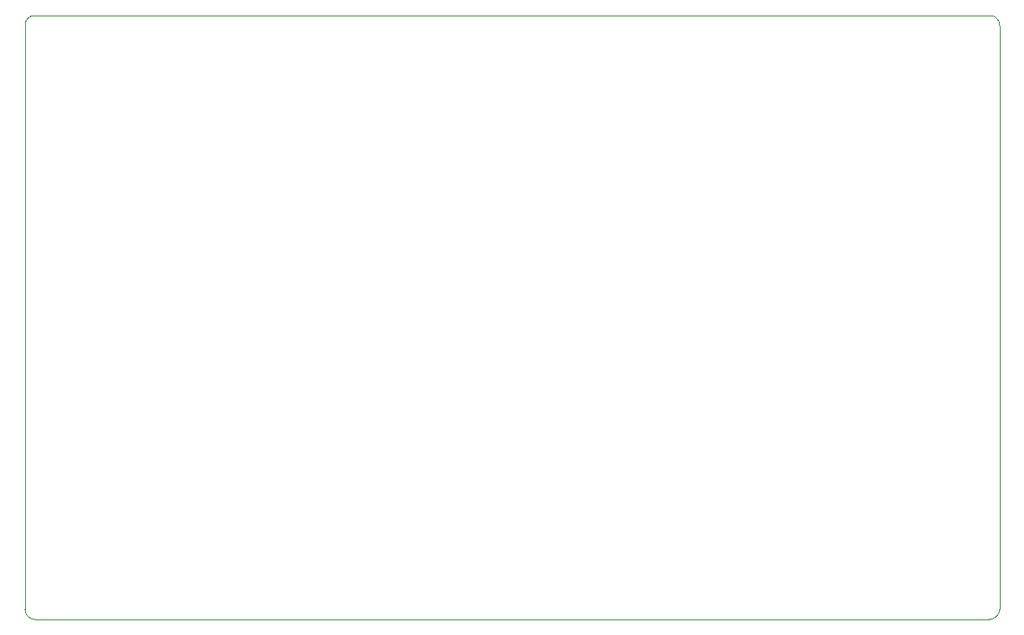
<source format=gbr>
%TF.GenerationSoftware,KiCad,Pcbnew,7.0.1*%
%TF.CreationDate,2023-04-16T22:16:48+10:00*%
%TF.ProjectId,XCopy Standalone,58436f70-7920-4537-9461-6e64616c6f6e,rev?*%
%TF.SameCoordinates,Original*%
%TF.FileFunction,Profile,NP*%
%FSLAX46Y46*%
G04 Gerber Fmt 4.6, Leading zero omitted, Abs format (unit mm)*
G04 Created by KiCad (PCBNEW 7.0.1) date 2023-04-16 22:16:48*
%MOMM*%
%LPD*%
G01*
G04 APERTURE LIST*
%TA.AperFunction,Profile*%
%ADD10C,0.100000*%
%TD*%
G04 APERTURE END LIST*
D10*
X50800000Y-57962800D02*
X144402301Y-57962800D01*
X145338800Y-58950099D02*
X145338800Y-116145788D01*
X144345324Y-117144799D02*
G75*
G03*
X145338799Y-116145788I-2724J996199D01*
G01*
X50800000Y-57962800D02*
G75*
G03*
X49834800Y-58928000I0J-965200D01*
G01*
X145338800Y-58950099D02*
G75*
G03*
X144402301Y-57962800I-961900J25399D01*
G01*
X49831600Y-116157501D02*
X49834800Y-58928000D01*
X144345324Y-117144800D02*
X50800000Y-117144800D01*
X49831601Y-116157501D02*
G75*
G03*
X50800000Y-117144800I977799J-9499D01*
G01*
M02*

</source>
